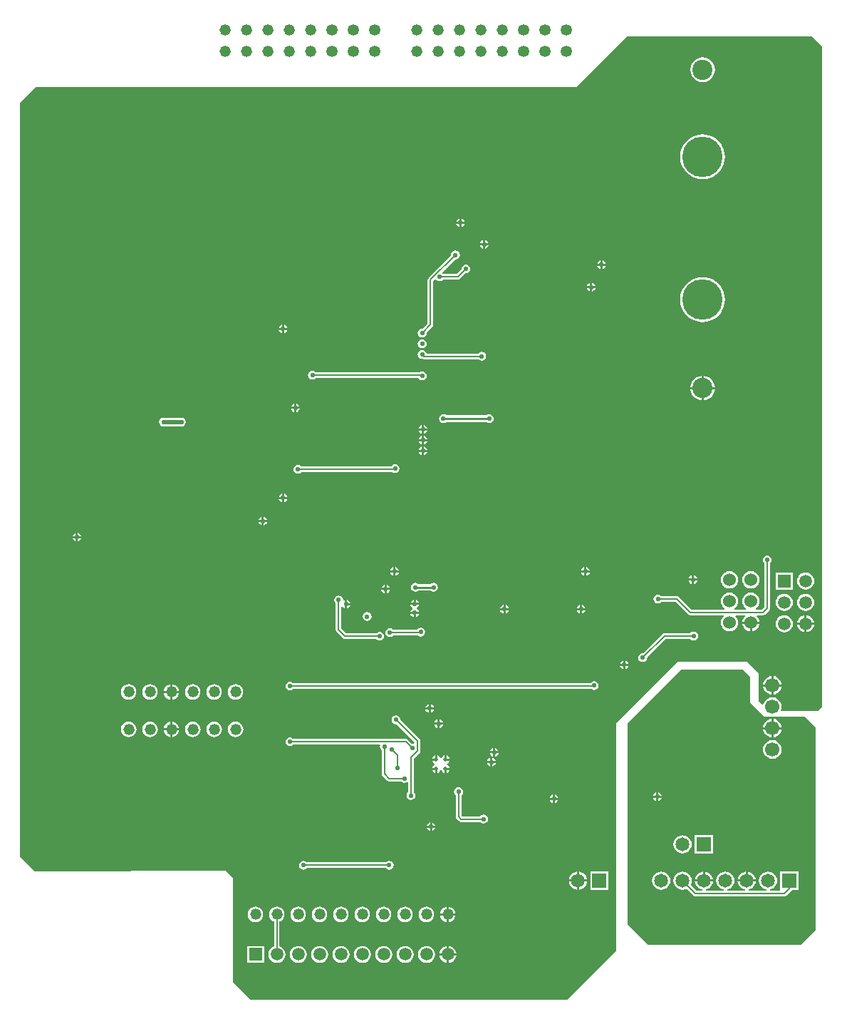
<source format=gbl>
G04*
G04 #@! TF.GenerationSoftware,Altium Limited,Altium Designer,18.1.9 (240)*
G04*
G04 Layer_Physical_Order=2*
G04 Layer_Color=16711680*
%FSLAX24Y24*%
%MOIN*%
G70*
G01*
G75*
%ADD10C,0.0100*%
%ADD62R,0.0650X0.0650*%
%ADD63C,0.0650*%
%ADD86C,0.0060*%
%ADD87C,0.0200*%
%ADD89C,0.0520*%
%ADD90C,0.0530*%
%ADD91C,0.0600*%
%ADD92C,0.1890*%
%ADD93C,0.0945*%
%ADD94C,0.0591*%
%ADD95R,0.0591X0.0591*%
%ADD96R,0.0591X0.0591*%
%ADD97C,0.0669*%
%ADD98C,0.0200*%
%ADD99C,0.0210*%
G36*
X38920Y38200D02*
X38920Y10843D01*
X38920Y7330D01*
X38740Y7150D01*
X37027Y7150D01*
X36999Y7192D01*
X37013Y7227D01*
X37028Y7340D01*
X37013Y7453D01*
X36970Y7559D01*
X36900Y7650D01*
X36809Y7720D01*
X36703Y7763D01*
X36590Y7778D01*
X36477Y7763D01*
X36371Y7720D01*
X36280Y7650D01*
X36210Y7559D01*
X36171Y7465D01*
X36120Y7445D01*
X35950Y7616D01*
X35950Y8900D01*
X35420Y9430D01*
X32140D01*
X29300Y6590D01*
X29300Y5890D01*
X29300Y-4050D01*
X27000Y-6350D01*
X12170Y-6350D01*
X11340Y-5520D01*
Y-660D01*
X11020Y-340D01*
X2080Y-350D01*
X1390Y340D01*
Y35561D01*
X2142Y36313D01*
X27433D01*
X29810Y38690D01*
X38430D01*
X38920Y38200D01*
D02*
G37*
G36*
X35550Y8740D02*
Y7529D01*
X36219Y6860D01*
X38110D01*
X38610Y6360D01*
X38610Y-3100D01*
X37910Y-3800D01*
X30780Y-3800D01*
X29830Y-2850D01*
X29830Y3470D01*
Y6580D01*
X32310Y9060D01*
X35230D01*
X35550Y8740D01*
D02*
G37*
%LPC*%
G36*
X33331Y37694D02*
X33181Y37674D01*
X33042Y37616D01*
X32922Y37524D01*
X32831Y37405D01*
X32773Y37266D01*
X32753Y37116D01*
X32773Y36967D01*
X32831Y36827D01*
X32922Y36708D01*
X33042Y36616D01*
X33181Y36558D01*
X33331Y36539D01*
X33480Y36558D01*
X33619Y36616D01*
X33739Y36708D01*
X33831Y36827D01*
X33888Y36967D01*
X33908Y37116D01*
X33888Y37266D01*
X33831Y37405D01*
X33739Y37524D01*
X33619Y37616D01*
X33480Y37674D01*
X33331Y37694D01*
D02*
G37*
G36*
X33331Y34096D02*
X33167Y34083D01*
X33007Y34044D01*
X32855Y33981D01*
X32715Y33896D01*
X32590Y33789D01*
X32483Y33664D01*
X32397Y33523D01*
X32334Y33372D01*
X32295Y33212D01*
X32283Y33048D01*
X32295Y32884D01*
X32334Y32724D01*
X32397Y32572D01*
X32483Y32432D01*
X32590Y32306D01*
X32715Y32200D01*
X32855Y32114D01*
X33007Y32051D01*
X33167Y32012D01*
X33331Y32000D01*
X33495Y32012D01*
X33655Y32051D01*
X33807Y32114D01*
X33947Y32200D01*
X34072Y32306D01*
X34179Y32432D01*
X34265Y32572D01*
X34328Y32724D01*
X34366Y32884D01*
X34379Y33048D01*
X34366Y33212D01*
X34328Y33372D01*
X34265Y33523D01*
X34179Y33664D01*
X34072Y33789D01*
X33947Y33896D01*
X33807Y33981D01*
X33655Y34044D01*
X33495Y34083D01*
X33331Y34096D01*
D02*
G37*
G36*
X22050Y30159D02*
Y30010D01*
X22199D01*
X22193Y30040D01*
X22148Y30108D01*
X22080Y30153D01*
X22050Y30159D01*
D02*
G37*
G36*
X21950D02*
X21920Y30153D01*
X21852Y30108D01*
X21807Y30040D01*
X21801Y30010D01*
X21950D01*
Y30159D01*
D02*
G37*
G36*
X22199Y29910D02*
X22050D01*
Y29761D01*
X22080Y29767D01*
X22148Y29812D01*
X22193Y29880D01*
X22199Y29910D01*
D02*
G37*
G36*
X21950D02*
X21801D01*
X21807Y29880D01*
X21852Y29812D01*
X21920Y29767D01*
X21950Y29761D01*
Y29910D01*
D02*
G37*
G36*
X23154Y29154D02*
Y29005D01*
X23303D01*
X23297Y29035D01*
X23252Y29103D01*
X23184Y29148D01*
X23154Y29154D01*
D02*
G37*
G36*
X23054D02*
X23024Y29148D01*
X22957Y29103D01*
X22911Y29035D01*
X22905Y29005D01*
X23054D01*
Y29154D01*
D02*
G37*
G36*
X23303Y28905D02*
X23154D01*
Y28756D01*
X23184Y28762D01*
X23252Y28807D01*
X23297Y28875D01*
X23303Y28905D01*
D02*
G37*
G36*
X23054D02*
X22905D01*
X22911Y28875D01*
X22957Y28807D01*
X23024Y28762D01*
X23054Y28756D01*
Y28905D01*
D02*
G37*
G36*
X21760Y28664D02*
X21680Y28648D01*
X21612Y28603D01*
X21567Y28535D01*
X21551Y28455D01*
X21555Y28437D01*
X20506Y27388D01*
X20478Y27345D01*
X20467Y27295D01*
Y25252D01*
X20228Y25012D01*
X20210Y25016D01*
X20130Y25000D01*
X20062Y24955D01*
X20017Y24887D01*
X20001Y24807D01*
X20017Y24727D01*
X20062Y24659D01*
X20130Y24614D01*
X20210Y24598D01*
X20290Y24614D01*
X20358Y24659D01*
X20403Y24727D01*
X20419Y24807D01*
X20415Y24825D01*
X20694Y25103D01*
X20722Y25146D01*
X20733Y25197D01*
Y27240D01*
X20815Y27323D01*
X20865Y27318D01*
X20882Y27292D01*
X20950Y27247D01*
X21030Y27231D01*
X21110Y27247D01*
X21178Y27292D01*
X21188Y27307D01*
X21880D01*
X21931Y27318D01*
X21974Y27346D01*
X22232Y27605D01*
X22250Y27601D01*
X22330Y27617D01*
X22398Y27662D01*
X22443Y27730D01*
X22459Y27810D01*
X22443Y27890D01*
X22398Y27958D01*
X22330Y28003D01*
X22250Y28019D01*
X22170Y28003D01*
X22102Y27958D01*
X22057Y27890D01*
X22041Y27810D01*
X22045Y27792D01*
X21825Y27573D01*
X21188D01*
X21178Y27588D01*
X21152Y27605D01*
X21147Y27655D01*
X21742Y28249D01*
X21760Y28246D01*
X21840Y28262D01*
X21908Y28307D01*
X21953Y28375D01*
X21969Y28455D01*
X21953Y28535D01*
X21908Y28603D01*
X21840Y28648D01*
X21760Y28664D01*
D02*
G37*
G36*
X28650Y28204D02*
Y28055D01*
X28799D01*
X28793Y28085D01*
X28748Y28153D01*
X28680Y28198D01*
X28650Y28204D01*
D02*
G37*
G36*
X28550D02*
X28520Y28198D01*
X28452Y28153D01*
X28407Y28085D01*
X28401Y28055D01*
X28550D01*
Y28204D01*
D02*
G37*
G36*
X28799Y27955D02*
X28650D01*
Y27806D01*
X28680Y27812D01*
X28748Y27857D01*
X28793Y27925D01*
X28799Y27955D01*
D02*
G37*
G36*
X28550D02*
X28401D01*
X28407Y27925D01*
X28452Y27857D01*
X28520Y27812D01*
X28550Y27806D01*
Y27955D01*
D02*
G37*
G36*
X28166Y27154D02*
Y27005D01*
X28315D01*
X28309Y27035D01*
X28264Y27103D01*
X28196Y27148D01*
X28166Y27154D01*
D02*
G37*
G36*
X28066D02*
X28036Y27148D01*
X27968Y27103D01*
X27923Y27035D01*
X27917Y27005D01*
X28066D01*
Y27154D01*
D02*
G37*
G36*
X28315Y26905D02*
X28166D01*
Y26756D01*
X28196Y26762D01*
X28264Y26807D01*
X28309Y26875D01*
X28315Y26905D01*
D02*
G37*
G36*
X28066D02*
X27917D01*
X27923Y26875D01*
X27968Y26807D01*
X28036Y26762D01*
X28066Y26756D01*
Y26905D01*
D02*
G37*
G36*
X33331Y27423D02*
X33167Y27410D01*
X33007Y27371D01*
X32855Y27308D01*
X32715Y27222D01*
X32590Y27116D01*
X32483Y26990D01*
X32397Y26850D01*
X32334Y26698D01*
X32295Y26538D01*
X32283Y26374D01*
X32295Y26210D01*
X32334Y26051D01*
X32397Y25899D01*
X32483Y25758D01*
X32590Y25633D01*
X32715Y25526D01*
X32855Y25441D01*
X33007Y25378D01*
X33167Y25339D01*
X33331Y25326D01*
X33495Y25339D01*
X33655Y25378D01*
X33807Y25441D01*
X33947Y25526D01*
X34072Y25633D01*
X34179Y25758D01*
X34265Y25899D01*
X34328Y26051D01*
X34366Y26210D01*
X34379Y26374D01*
X34366Y26538D01*
X34328Y26698D01*
X34265Y26850D01*
X34179Y26990D01*
X34072Y27116D01*
X33947Y27222D01*
X33807Y27308D01*
X33655Y27371D01*
X33495Y27410D01*
X33331Y27423D01*
D02*
G37*
G36*
X13750Y25199D02*
Y25050D01*
X13899D01*
X13893Y25080D01*
X13848Y25148D01*
X13780Y25193D01*
X13750Y25199D01*
D02*
G37*
G36*
X13650D02*
X13620Y25193D01*
X13552Y25148D01*
X13507Y25080D01*
X13501Y25050D01*
X13650D01*
Y25199D01*
D02*
G37*
G36*
X13899Y24950D02*
X13750D01*
Y24801D01*
X13780Y24807D01*
X13848Y24852D01*
X13893Y24920D01*
X13899Y24950D01*
D02*
G37*
G36*
X13650D02*
X13501D01*
X13507Y24920D01*
X13552Y24852D01*
X13620Y24807D01*
X13650Y24801D01*
Y24950D01*
D02*
G37*
G36*
X20210Y24516D02*
X20130Y24500D01*
X20062Y24455D01*
X20017Y24387D01*
X20001Y24307D01*
X20017Y24227D01*
X20062Y24159D01*
X20130Y24114D01*
X20210Y24098D01*
X20290Y24114D01*
X20358Y24159D01*
X20403Y24227D01*
X20419Y24307D01*
X20403Y24387D01*
X20358Y24455D01*
X20290Y24500D01*
X20210Y24516D01*
D02*
G37*
G36*
Y24016D02*
X20130Y24000D01*
X20062Y23955D01*
X20017Y23887D01*
X20001Y23807D01*
X20017Y23727D01*
X20062Y23659D01*
X20130Y23614D01*
X20210Y23598D01*
X20238Y23603D01*
X20246Y23598D01*
X20297Y23587D01*
X22832D01*
X22842Y23572D01*
X22910Y23527D01*
X22990Y23511D01*
X23070Y23527D01*
X23138Y23572D01*
X23183Y23640D01*
X23199Y23720D01*
X23183Y23800D01*
X23138Y23868D01*
X23070Y23913D01*
X22990Y23929D01*
X22910Y23913D01*
X22842Y23868D01*
X22832Y23853D01*
X20410D01*
X20403Y23887D01*
X20358Y23955D01*
X20290Y24000D01*
X20210Y24016D01*
D02*
G37*
G36*
X15070Y23049D02*
X14990Y23033D01*
X14922Y22988D01*
X14877Y22920D01*
X14861Y22840D01*
X14877Y22760D01*
X14922Y22692D01*
X14990Y22647D01*
X15070Y22631D01*
X15150Y22647D01*
X15218Y22692D01*
X15228Y22707D01*
X20030D01*
X20062Y22659D01*
X20130Y22614D01*
X20210Y22598D01*
X20290Y22614D01*
X20358Y22659D01*
X20403Y22727D01*
X20419Y22807D01*
X20403Y22887D01*
X20358Y22954D01*
X20290Y23000D01*
X20210Y23016D01*
X20130Y23000D01*
X20089Y22973D01*
X15228D01*
X15218Y22988D01*
X15150Y23033D01*
X15070Y23049D01*
D02*
G37*
G36*
X33381Y22801D02*
Y22280D01*
X33902D01*
X33888Y22380D01*
X33831Y22519D01*
X33739Y22639D01*
X33619Y22730D01*
X33480Y22788D01*
X33381Y22801D01*
D02*
G37*
G36*
X33281Y22801D02*
X33181Y22788D01*
X33042Y22730D01*
X32922Y22639D01*
X32831Y22519D01*
X32773Y22380D01*
X32760Y22280D01*
X33281D01*
Y22801D01*
D02*
G37*
G36*
X33902Y22180D02*
X33381D01*
Y21660D01*
X33480Y21673D01*
X33619Y21730D01*
X33739Y21822D01*
X33831Y21942D01*
X33888Y22081D01*
X33902Y22180D01*
D02*
G37*
G36*
X33281D02*
X32760D01*
X32773Y22081D01*
X32831Y21942D01*
X32922Y21822D01*
X33042Y21730D01*
X33181Y21673D01*
X33281Y21660D01*
Y22180D01*
D02*
G37*
G36*
X14320Y21509D02*
Y21360D01*
X14469D01*
X14463Y21390D01*
X14418Y21458D01*
X14350Y21503D01*
X14320Y21509D01*
D02*
G37*
G36*
X14220D02*
X14190Y21503D01*
X14122Y21458D01*
X14077Y21390D01*
X14071Y21360D01*
X14220D01*
Y21509D01*
D02*
G37*
G36*
X14469Y21260D02*
X14320D01*
Y21111D01*
X14350Y21117D01*
X14418Y21162D01*
X14463Y21230D01*
X14469Y21260D01*
D02*
G37*
G36*
X14220D02*
X14071D01*
X14077Y21230D01*
X14122Y21162D01*
X14190Y21117D01*
X14220Y21111D01*
Y21260D01*
D02*
G37*
G36*
X23350Y21016D02*
X23270Y21000D01*
X23210Y20960D01*
X21340D01*
X21280Y21000D01*
X21200Y21016D01*
X21120Y21000D01*
X21052Y20954D01*
X21007Y20887D01*
X20991Y20807D01*
X21007Y20727D01*
X21052Y20659D01*
X21120Y20614D01*
X21200Y20598D01*
X21280Y20614D01*
X21340Y20654D01*
X23210D01*
X23270Y20614D01*
X23350Y20598D01*
X23430Y20614D01*
X23498Y20659D01*
X23543Y20727D01*
X23559Y20807D01*
X23543Y20887D01*
X23498Y20954D01*
X23430Y21000D01*
X23350Y21016D01*
D02*
G37*
G36*
X8940Y20859D02*
X8914Y20854D01*
X8136D01*
X8110Y20859D01*
X8030Y20843D01*
X7962Y20798D01*
X7917Y20730D01*
X7901Y20650D01*
X7917Y20570D01*
X7962Y20502D01*
X8030Y20457D01*
X8110Y20441D01*
X8136Y20446D01*
X8914D01*
X8940Y20441D01*
X9020Y20457D01*
X9088Y20502D01*
X9133Y20570D01*
X9149Y20650D01*
X9133Y20730D01*
X9088Y20798D01*
X9020Y20843D01*
X8940Y20859D01*
D02*
G37*
G36*
X20293Y20506D02*
Y20357D01*
X20442D01*
X20436Y20387D01*
X20391Y20454D01*
X20323Y20500D01*
X20293Y20506D01*
D02*
G37*
G36*
X20193D02*
X20163Y20500D01*
X20096Y20454D01*
X20050Y20387D01*
X20044Y20357D01*
X20193D01*
Y20506D01*
D02*
G37*
G36*
X20442Y20257D02*
X20293D01*
Y20108D01*
X20323Y20114D01*
X20391Y20159D01*
X20436Y20227D01*
X20442Y20257D01*
D02*
G37*
G36*
X20193D02*
X20044D01*
X20050Y20227D01*
X20096Y20159D01*
X20163Y20114D01*
X20193Y20108D01*
Y20257D01*
D02*
G37*
G36*
X20293Y20006D02*
Y19857D01*
X20442D01*
X20436Y19887D01*
X20391Y19955D01*
X20323Y20000D01*
X20293Y20006D01*
D02*
G37*
G36*
X20193D02*
X20163Y20000D01*
X20096Y19955D01*
X20050Y19887D01*
X20044Y19857D01*
X20193D01*
Y20006D01*
D02*
G37*
G36*
X20442Y19757D02*
X20293D01*
Y19608D01*
X20323Y19614D01*
X20391Y19659D01*
X20436Y19727D01*
X20442Y19757D01*
D02*
G37*
G36*
X20193D02*
X20044D01*
X20050Y19727D01*
X20096Y19659D01*
X20163Y19614D01*
X20193Y19608D01*
Y19757D01*
D02*
G37*
G36*
X20293Y19506D02*
Y19357D01*
X20442D01*
X20436Y19387D01*
X20391Y19454D01*
X20323Y19500D01*
X20293Y19506D01*
D02*
G37*
G36*
X20193D02*
X20163Y19500D01*
X20096Y19454D01*
X20050Y19387D01*
X20044Y19357D01*
X20193D01*
Y19506D01*
D02*
G37*
G36*
X20442Y19257D02*
X20293D01*
Y19108D01*
X20323Y19114D01*
X20391Y19159D01*
X20436Y19227D01*
X20442Y19257D01*
D02*
G37*
G36*
X20193D02*
X20044D01*
X20050Y19227D01*
X20096Y19159D01*
X20163Y19114D01*
X20193Y19108D01*
Y19257D01*
D02*
G37*
G36*
X18940Y18679D02*
X18860Y18663D01*
X18792Y18618D01*
X18762Y18573D01*
X14548D01*
X14538Y18588D01*
X14470Y18633D01*
X14390Y18649D01*
X14310Y18633D01*
X14242Y18588D01*
X14197Y18520D01*
X14181Y18440D01*
X14197Y18360D01*
X14242Y18292D01*
X14310Y18247D01*
X14390Y18231D01*
X14470Y18247D01*
X14538Y18292D01*
X14548Y18307D01*
X18814D01*
X18860Y18277D01*
X18940Y18261D01*
X19020Y18277D01*
X19088Y18322D01*
X19133Y18390D01*
X19149Y18470D01*
X19133Y18550D01*
X19088Y18618D01*
X19020Y18663D01*
X18940Y18679D01*
D02*
G37*
G36*
X13750Y17299D02*
Y17150D01*
X13899D01*
X13893Y17180D01*
X13848Y17248D01*
X13780Y17293D01*
X13750Y17299D01*
D02*
G37*
G36*
X13650D02*
X13620Y17293D01*
X13552Y17248D01*
X13507Y17180D01*
X13501Y17150D01*
X13650D01*
Y17299D01*
D02*
G37*
G36*
X13899Y17050D02*
X13750D01*
Y16901D01*
X13780Y16907D01*
X13848Y16952D01*
X13893Y17020D01*
X13899Y17050D01*
D02*
G37*
G36*
X13650D02*
X13501D01*
X13507Y17020D01*
X13552Y16952D01*
X13620Y16907D01*
X13650Y16901D01*
Y17050D01*
D02*
G37*
G36*
X12800Y16223D02*
Y16074D01*
X12949D01*
X12943Y16104D01*
X12898Y16172D01*
X12830Y16217D01*
X12800Y16223D01*
D02*
G37*
G36*
X12700D02*
X12670Y16217D01*
X12602Y16172D01*
X12557Y16104D01*
X12551Y16074D01*
X12700D01*
Y16223D01*
D02*
G37*
G36*
X12949Y15974D02*
X12800D01*
Y15825D01*
X12830Y15831D01*
X12898Y15876D01*
X12943Y15944D01*
X12949Y15974D01*
D02*
G37*
G36*
X12700D02*
X12551D01*
X12557Y15944D01*
X12602Y15876D01*
X12670Y15831D01*
X12700Y15825D01*
Y15974D01*
D02*
G37*
G36*
X4100Y15475D02*
Y15326D01*
X4249D01*
X4243Y15356D01*
X4198Y15424D01*
X4130Y15469D01*
X4100Y15475D01*
D02*
G37*
G36*
X4000D02*
X3970Y15469D01*
X3902Y15424D01*
X3857Y15356D01*
X3851Y15326D01*
X4000D01*
Y15475D01*
D02*
G37*
G36*
X4249Y15226D02*
X4100D01*
Y15077D01*
X4130Y15083D01*
X4198Y15128D01*
X4243Y15196D01*
X4249Y15226D01*
D02*
G37*
G36*
X4000D02*
X3851D01*
X3857Y15196D01*
X3902Y15128D01*
X3970Y15083D01*
X4000Y15077D01*
Y15226D01*
D02*
G37*
G36*
X27898Y13871D02*
Y13722D01*
X28047D01*
X28041Y13752D01*
X27996Y13820D01*
X27928Y13865D01*
X27898Y13871D01*
D02*
G37*
G36*
X27798D02*
X27768Y13865D01*
X27700Y13820D01*
X27655Y13752D01*
X27649Y13722D01*
X27798D01*
Y13871D01*
D02*
G37*
G36*
X18960Y13869D02*
Y13720D01*
X19109D01*
X19103Y13750D01*
X19058Y13818D01*
X18990Y13863D01*
X18960Y13869D01*
D02*
G37*
G36*
X18860D02*
X18830Y13863D01*
X18762Y13818D01*
X18717Y13750D01*
X18711Y13720D01*
X18860D01*
Y13869D01*
D02*
G37*
G36*
X28047Y13622D02*
X27898D01*
Y13473D01*
X27928Y13479D01*
X27996Y13524D01*
X28041Y13592D01*
X28047Y13622D01*
D02*
G37*
G36*
X27798D02*
X27649D01*
X27655Y13592D01*
X27700Y13524D01*
X27768Y13479D01*
X27798Y13473D01*
Y13622D01*
D02*
G37*
G36*
X19109Y13620D02*
X18960D01*
Y13471D01*
X18990Y13477D01*
X19058Y13522D01*
X19103Y13590D01*
X19109Y13620D01*
D02*
G37*
G36*
X18860D02*
X18711D01*
X18717Y13590D01*
X18762Y13522D01*
X18830Y13477D01*
X18860Y13471D01*
Y13620D01*
D02*
G37*
G36*
X32930Y13479D02*
Y13330D01*
X33079D01*
X33073Y13360D01*
X33028Y13428D01*
X32960Y13473D01*
X32930Y13479D01*
D02*
G37*
G36*
X32830D02*
X32800Y13473D01*
X32732Y13428D01*
X32687Y13360D01*
X32681Y13330D01*
X32830D01*
Y13479D01*
D02*
G37*
G36*
X33079Y13230D02*
X32930D01*
Y13081D01*
X32960Y13087D01*
X33028Y13132D01*
X33073Y13200D01*
X33079Y13230D01*
D02*
G37*
G36*
X32830D02*
X32681D01*
X32687Y13200D01*
X32732Y13132D01*
X32800Y13087D01*
X32830Y13081D01*
Y13230D01*
D02*
G37*
G36*
X20735Y13129D02*
X20655Y13113D01*
X20595Y13073D01*
X20030D01*
X19970Y13113D01*
X19890Y13129D01*
X19810Y13113D01*
X19742Y13068D01*
X19697Y13000D01*
X19681Y12920D01*
X19697Y12840D01*
X19742Y12772D01*
X19810Y12727D01*
X19890Y12711D01*
X19970Y12727D01*
X20030Y12767D01*
X20595D01*
X20655Y12727D01*
X20735Y12711D01*
X20815Y12727D01*
X20883Y12772D01*
X20928Y12840D01*
X20944Y12920D01*
X20928Y13000D01*
X20883Y13068D01*
X20815Y13113D01*
X20735Y13129D01*
D02*
G37*
G36*
X18543Y13042D02*
Y12893D01*
X18692D01*
X18686Y12923D01*
X18641Y12991D01*
X18573Y13036D01*
X18543Y13042D01*
D02*
G37*
G36*
X18443D02*
X18413Y13036D01*
X18345Y12991D01*
X18300Y12923D01*
X18294Y12893D01*
X18443D01*
Y13042D01*
D02*
G37*
G36*
X35585Y13673D02*
X35481Y13660D01*
X35384Y13619D01*
X35300Y13555D01*
X35236Y13472D01*
X35196Y13374D01*
X35182Y13270D01*
X35196Y13166D01*
X35236Y13068D01*
X35300Y12985D01*
X35384Y12921D01*
X35481Y12880D01*
X35585Y12867D01*
X35690Y12880D01*
X35787Y12921D01*
X35871Y12985D01*
X35935Y13068D01*
X35975Y13166D01*
X35989Y13270D01*
X35975Y13374D01*
X35935Y13472D01*
X35871Y13555D01*
X35787Y13619D01*
X35690Y13660D01*
X35585Y13673D01*
D02*
G37*
G36*
X34585D02*
X34481Y13660D01*
X34384Y13619D01*
X34300Y13555D01*
X34236Y13472D01*
X34196Y13374D01*
X34182Y13270D01*
X34196Y13166D01*
X34236Y13068D01*
X34300Y12985D01*
X34384Y12921D01*
X34481Y12880D01*
X34585Y12867D01*
X34690Y12880D01*
X34787Y12921D01*
X34871Y12985D01*
X34935Y13068D01*
X34975Y13166D01*
X34989Y13270D01*
X34975Y13374D01*
X34935Y13472D01*
X34871Y13555D01*
X34787Y13619D01*
X34690Y13660D01*
X34585Y13673D01*
D02*
G37*
G36*
X37545Y13615D02*
X36755D01*
Y12825D01*
X37545D01*
Y13615D01*
D02*
G37*
G36*
X38150Y13619D02*
X38047Y13605D01*
X37951Y13565D01*
X37868Y13502D01*
X37805Y13419D01*
X37765Y13323D01*
X37751Y13220D01*
X37765Y13117D01*
X37805Y13021D01*
X37868Y12938D01*
X37951Y12875D01*
X38047Y12835D01*
X38150Y12821D01*
X38253Y12835D01*
X38349Y12875D01*
X38432Y12938D01*
X38495Y13021D01*
X38535Y13117D01*
X38549Y13220D01*
X38535Y13323D01*
X38495Y13419D01*
X38432Y13502D01*
X38349Y13565D01*
X38253Y13605D01*
X38150Y13619D01*
D02*
G37*
G36*
X18692Y12793D02*
X18543D01*
Y12644D01*
X18573Y12650D01*
X18641Y12695D01*
X18686Y12763D01*
X18692Y12793D01*
D02*
G37*
G36*
X18443D02*
X18294D01*
X18300Y12763D01*
X18345Y12695D01*
X18413Y12650D01*
X18443Y12644D01*
Y12793D01*
D02*
G37*
G36*
X19906Y12343D02*
Y12194D01*
X20055D01*
X20049Y12224D01*
X20004Y12292D01*
X19936Y12337D01*
X19906Y12343D01*
D02*
G37*
G36*
X19806D02*
X19776Y12337D01*
X19708Y12292D01*
X19663Y12224D01*
X19657Y12194D01*
X19806D01*
Y12343D01*
D02*
G37*
G36*
X16700Y12339D02*
Y12190D01*
X16849D01*
X16843Y12220D01*
X16798Y12288D01*
X16730Y12333D01*
X16700Y12339D01*
D02*
G37*
G36*
X27690Y12099D02*
Y11950D01*
X27839D01*
X27833Y11980D01*
X27788Y12048D01*
X27720Y12093D01*
X27690Y12099D01*
D02*
G37*
G36*
X27590D02*
X27560Y12093D01*
X27492Y12048D01*
X27447Y11980D01*
X27441Y11950D01*
X27590D01*
Y12099D01*
D02*
G37*
G36*
X24110D02*
Y11950D01*
X24259D01*
X24253Y11980D01*
X24208Y12048D01*
X24140Y12093D01*
X24110Y12099D01*
D02*
G37*
G36*
X24010D02*
X23980Y12093D01*
X23912Y12048D01*
X23867Y11980D01*
X23861Y11950D01*
X24010D01*
Y12099D01*
D02*
G37*
G36*
X16849Y12090D02*
X16700D01*
Y11941D01*
X16730Y11947D01*
X16798Y11992D01*
X16843Y12060D01*
X16849Y12090D01*
D02*
G37*
G36*
X16300Y12539D02*
X16220Y12523D01*
X16152Y12478D01*
X16107Y12410D01*
X16091Y12330D01*
X16107Y12250D01*
X16152Y12182D01*
X16167Y12172D01*
Y10930D01*
X16178Y10879D01*
X16206Y10836D01*
X16496Y10546D01*
X16539Y10518D01*
X16590Y10507D01*
X18062D01*
X18072Y10492D01*
X18140Y10447D01*
X18220Y10431D01*
X18300Y10447D01*
X18368Y10492D01*
X18413Y10560D01*
X18429Y10640D01*
X18413Y10720D01*
X18368Y10788D01*
X18300Y10833D01*
X18220Y10849D01*
X18140Y10833D01*
X18072Y10788D01*
X18062Y10773D01*
X16645D01*
X16433Y10985D01*
Y12006D01*
X16483Y12022D01*
X16502Y11992D01*
X16570Y11947D01*
X16600Y11941D01*
Y12140D01*
Y12339D01*
X16570Y12333D01*
X16557Y12325D01*
X16550Y12325D01*
X16505Y12350D01*
X16493Y12410D01*
X16448Y12478D01*
X16380Y12523D01*
X16300Y12539D01*
D02*
G37*
G36*
X36350Y14419D02*
X36270Y14403D01*
X36202Y14358D01*
X36157Y14290D01*
X36141Y14210D01*
X36157Y14130D01*
X36202Y14062D01*
X36217Y14052D01*
Y12005D01*
X36097Y11885D01*
X35823D01*
X35806Y11935D01*
X35871Y11985D01*
X35935Y12068D01*
X35975Y12166D01*
X35989Y12270D01*
X35975Y12374D01*
X35935Y12472D01*
X35871Y12555D01*
X35787Y12619D01*
X35690Y12660D01*
X35585Y12673D01*
X35481Y12660D01*
X35384Y12619D01*
X35300Y12555D01*
X35236Y12472D01*
X35196Y12374D01*
X35182Y12270D01*
X35196Y12166D01*
X35236Y12068D01*
X35300Y11985D01*
X35365Y11935D01*
X35348Y11885D01*
X34823D01*
X34806Y11935D01*
X34871Y11985D01*
X34935Y12068D01*
X34975Y12166D01*
X34989Y12270D01*
X34975Y12374D01*
X34935Y12472D01*
X34871Y12555D01*
X34787Y12619D01*
X34690Y12660D01*
X34585Y12673D01*
X34481Y12660D01*
X34384Y12619D01*
X34300Y12555D01*
X34236Y12472D01*
X34196Y12374D01*
X34182Y12270D01*
X34196Y12166D01*
X34236Y12068D01*
X34300Y11985D01*
X34365Y11935D01*
X34348Y11885D01*
X32803D01*
X32218Y12469D01*
X32175Y12498D01*
X32124Y12508D01*
X31394D01*
X31384Y12523D01*
X31316Y12569D01*
X31236Y12585D01*
X31156Y12569D01*
X31088Y12523D01*
X31043Y12456D01*
X31027Y12376D01*
X31043Y12296D01*
X31088Y12228D01*
X31156Y12183D01*
X31236Y12167D01*
X31316Y12183D01*
X31384Y12228D01*
X31394Y12243D01*
X32069D01*
X32654Y11658D01*
X32697Y11630D01*
X32748Y11620D01*
X34302D01*
X34319Y11570D01*
X34300Y11555D01*
X34236Y11472D01*
X34196Y11374D01*
X34182Y11270D01*
X34196Y11166D01*
X34236Y11068D01*
X34300Y10985D01*
X34384Y10921D01*
X34481Y10880D01*
X34585Y10867D01*
X34690Y10880D01*
X34787Y10921D01*
X34871Y10985D01*
X34935Y11068D01*
X34975Y11166D01*
X34989Y11270D01*
X34975Y11374D01*
X34935Y11472D01*
X34871Y11555D01*
X34852Y11570D01*
X34869Y11620D01*
X35302D01*
X35319Y11570D01*
X35300Y11555D01*
X35236Y11472D01*
X35196Y11374D01*
X35189Y11320D01*
X35585D01*
X35982D01*
X35975Y11374D01*
X35935Y11472D01*
X35871Y11555D01*
X35852Y11570D01*
X35869Y11620D01*
X36152D01*
X36203Y11630D01*
X36246Y11658D01*
X36444Y11856D01*
X36472Y11899D01*
X36483Y11950D01*
Y14052D01*
X36498Y14062D01*
X36543Y14130D01*
X36559Y14210D01*
X36543Y14290D01*
X36498Y14358D01*
X36430Y14403D01*
X36350Y14419D01*
D02*
G37*
G36*
X38150Y12619D02*
X38047Y12605D01*
X37951Y12565D01*
X37868Y12502D01*
X37805Y12419D01*
X37765Y12323D01*
X37751Y12220D01*
X37765Y12117D01*
X37805Y12021D01*
X37868Y11938D01*
X37951Y11875D01*
X38047Y11835D01*
X38150Y11821D01*
X38253Y11835D01*
X38349Y11875D01*
X38432Y11938D01*
X38495Y12021D01*
X38535Y12117D01*
X38549Y12220D01*
X38535Y12323D01*
X38495Y12419D01*
X38432Y12502D01*
X38349Y12565D01*
X38253Y12605D01*
X38150Y12619D01*
D02*
G37*
G36*
X37150D02*
X37047Y12605D01*
X36951Y12565D01*
X36868Y12502D01*
X36805Y12419D01*
X36765Y12323D01*
X36751Y12220D01*
X36765Y12117D01*
X36805Y12021D01*
X36868Y11938D01*
X36951Y11875D01*
X37047Y11835D01*
X37150Y11821D01*
X37253Y11835D01*
X37349Y11875D01*
X37432Y11938D01*
X37495Y12021D01*
X37535Y12117D01*
X37549Y12220D01*
X37535Y12323D01*
X37495Y12419D01*
X37432Y12502D01*
X37349Y12565D01*
X37253Y12605D01*
X37150Y12619D01*
D02*
G37*
G36*
X20055Y12094D02*
X19657D01*
X19663Y12064D01*
X19708Y11996D01*
X19755Y11965D01*
X19757Y11907D01*
X19712Y11878D01*
X19667Y11810D01*
X19661Y11780D01*
X20059D01*
X20053Y11810D01*
X20008Y11878D01*
X19962Y11909D01*
X19960Y11966D01*
X20004Y11996D01*
X20049Y12064D01*
X20055Y12094D01*
D02*
G37*
G36*
X27839Y11850D02*
X27690D01*
Y11701D01*
X27720Y11707D01*
X27788Y11752D01*
X27833Y11820D01*
X27839Y11850D01*
D02*
G37*
G36*
X27590D02*
X27441D01*
X27447Y11820D01*
X27492Y11752D01*
X27560Y11707D01*
X27590Y11701D01*
Y11850D01*
D02*
G37*
G36*
X24259D02*
X24110D01*
Y11701D01*
X24140Y11707D01*
X24208Y11752D01*
X24253Y11820D01*
X24259Y11850D01*
D02*
G37*
G36*
X24010D02*
X23861D01*
X23867Y11820D01*
X23912Y11752D01*
X23980Y11707D01*
X24010Y11701D01*
Y11850D01*
D02*
G37*
G36*
X20059Y11680D02*
X19910D01*
Y11531D01*
X19940Y11537D01*
X20008Y11582D01*
X20053Y11650D01*
X20059Y11680D01*
D02*
G37*
G36*
X19810D02*
X19661D01*
X19667Y11650D01*
X19712Y11582D01*
X19780Y11537D01*
X19810Y11531D01*
Y11680D01*
D02*
G37*
G36*
X17633Y11762D02*
X17553Y11746D01*
X17485Y11701D01*
X17440Y11633D01*
X17424Y11553D01*
X17440Y11473D01*
X17485Y11405D01*
X17553Y11360D01*
X17633Y11344D01*
X17713Y11360D01*
X17781Y11405D01*
X17826Y11473D01*
X17842Y11553D01*
X17826Y11633D01*
X17781Y11701D01*
X17713Y11746D01*
X17633Y11762D01*
D02*
G37*
G36*
X38200Y11612D02*
Y11270D01*
X38542D01*
X38535Y11323D01*
X38495Y11419D01*
X38432Y11502D01*
X38349Y11565D01*
X38253Y11605D01*
X38200Y11612D01*
D02*
G37*
G36*
X38100D02*
X38047Y11605D01*
X37951Y11565D01*
X37868Y11502D01*
X37805Y11419D01*
X37765Y11323D01*
X37758Y11270D01*
X38100D01*
Y11612D01*
D02*
G37*
G36*
X20140Y11039D02*
X20060Y11023D01*
X19992Y10978D01*
X19969Y10943D01*
X18848D01*
X18838Y10958D01*
X18770Y11003D01*
X18690Y11019D01*
X18610Y11003D01*
X18542Y10958D01*
X18497Y10890D01*
X18481Y10810D01*
X18497Y10730D01*
X18542Y10662D01*
X18610Y10617D01*
X18690Y10601D01*
X18770Y10617D01*
X18838Y10662D01*
X18848Y10677D01*
X19999D01*
X20060Y10637D01*
X20140Y10621D01*
X20220Y10637D01*
X20288Y10682D01*
X20333Y10750D01*
X20349Y10830D01*
X20333Y10910D01*
X20288Y10978D01*
X20220Y11023D01*
X20140Y11039D01*
D02*
G37*
G36*
X35982Y11220D02*
X35635D01*
Y10873D01*
X35690Y10880D01*
X35787Y10921D01*
X35871Y10985D01*
X35935Y11068D01*
X35975Y11166D01*
X35982Y11220D01*
D02*
G37*
G36*
X35535D02*
X35189D01*
X35196Y11166D01*
X35236Y11068D01*
X35300Y10985D01*
X35384Y10921D01*
X35481Y10880D01*
X35535Y10873D01*
Y11220D01*
D02*
G37*
G36*
X38542Y11170D02*
X38200D01*
Y10828D01*
X38253Y10835D01*
X38349Y10875D01*
X38432Y10938D01*
X38495Y11021D01*
X38535Y11117D01*
X38542Y11170D01*
D02*
G37*
G36*
X38100D02*
X37758D01*
X37765Y11117D01*
X37805Y11021D01*
X37868Y10938D01*
X37951Y10875D01*
X38047Y10835D01*
X38100Y10828D01*
Y11170D01*
D02*
G37*
G36*
X37150Y11619D02*
X37047Y11605D01*
X36951Y11565D01*
X36868Y11502D01*
X36805Y11419D01*
X36765Y11323D01*
X36751Y11220D01*
X36765Y11117D01*
X36805Y11021D01*
X36868Y10938D01*
X36951Y10875D01*
X37047Y10835D01*
X37150Y10821D01*
X37253Y10835D01*
X37349Y10875D01*
X37432Y10938D01*
X37495Y11021D01*
X37535Y11117D01*
X37549Y11220D01*
X37535Y11323D01*
X37495Y11419D01*
X37432Y11502D01*
X37349Y11565D01*
X37253Y11605D01*
X37150Y11619D01*
D02*
G37*
G36*
X32910Y10859D02*
X32830Y10843D01*
X32762Y10798D01*
X32752Y10783D01*
X31541D01*
X31541Y10783D01*
X31491Y10772D01*
X31448Y10744D01*
X30545Y9842D01*
X30527Y9845D01*
X30447Y9829D01*
X30380Y9784D01*
X30334Y9716D01*
X30318Y9636D01*
X30334Y9556D01*
X30380Y9488D01*
X30447Y9443D01*
X30527Y9427D01*
X30607Y9443D01*
X30675Y9488D01*
X30721Y9556D01*
X30736Y9636D01*
X30733Y9654D01*
X31596Y10517D01*
X32752D01*
X32762Y10502D01*
X32830Y10457D01*
X32910Y10441D01*
X32990Y10457D01*
X33058Y10502D01*
X33103Y10570D01*
X33119Y10650D01*
X33103Y10730D01*
X33058Y10798D01*
X32990Y10843D01*
X32910Y10859D01*
D02*
G37*
G36*
X29717Y9495D02*
Y9346D01*
X29867D01*
X29861Y9376D01*
X29815Y9444D01*
X29747Y9489D01*
X29717Y9495D01*
D02*
G37*
G36*
X29617D02*
X29587Y9489D01*
X29520Y9444D01*
X29474Y9376D01*
X29468Y9346D01*
X29617D01*
Y9495D01*
D02*
G37*
G36*
X29867Y9246D02*
X29717D01*
Y9097D01*
X29747Y9103D01*
X29815Y9148D01*
X29861Y9216D01*
X29867Y9246D01*
D02*
G37*
G36*
X29617D02*
X29468D01*
X29474Y9216D01*
X29520Y9148D01*
X29587Y9103D01*
X29617Y9097D01*
Y9246D01*
D02*
G37*
G36*
X28250Y8539D02*
X28170Y8523D01*
X28102Y8478D01*
X28079Y8443D01*
X14178D01*
X14168Y8458D01*
X14100Y8503D01*
X14020Y8519D01*
X13940Y8503D01*
X13872Y8458D01*
X13827Y8390D01*
X13811Y8310D01*
X13827Y8230D01*
X13872Y8162D01*
X13940Y8117D01*
X14020Y8101D01*
X14100Y8117D01*
X14168Y8162D01*
X14178Y8177D01*
X28109D01*
X28170Y8137D01*
X28250Y8121D01*
X28330Y8137D01*
X28398Y8182D01*
X28443Y8250D01*
X28459Y8330D01*
X28443Y8410D01*
X28398Y8478D01*
X28330Y8523D01*
X28250Y8539D01*
D02*
G37*
G36*
X36640Y8772D02*
Y8390D01*
X37022D01*
X37013Y8453D01*
X36970Y8559D01*
X36900Y8650D01*
X36809Y8720D01*
X36703Y8763D01*
X36640Y8772D01*
D02*
G37*
G36*
X36540D02*
X36477Y8763D01*
X36371Y8720D01*
X36280Y8650D01*
X36210Y8559D01*
X36167Y8453D01*
X36158Y8390D01*
X36540D01*
Y8772D01*
D02*
G37*
G36*
X8520Y8397D02*
Y8090D01*
X8827D01*
X8821Y8134D01*
X8784Y8222D01*
X8727Y8297D01*
X8652Y8354D01*
X8564Y8391D01*
X8520Y8397D01*
D02*
G37*
G36*
X8420D02*
X8376Y8391D01*
X8288Y8354D01*
X8213Y8297D01*
X8156Y8222D01*
X8119Y8134D01*
X8113Y8090D01*
X8420D01*
Y8397D01*
D02*
G37*
G36*
X37022Y8290D02*
X36640D01*
Y7908D01*
X36703Y7917D01*
X36809Y7960D01*
X36900Y8030D01*
X36970Y8121D01*
X37013Y8227D01*
X37022Y8290D01*
D02*
G37*
G36*
X36540D02*
X36158D01*
X36167Y8227D01*
X36210Y8121D01*
X36280Y8030D01*
X36371Y7960D01*
X36477Y7917D01*
X36540Y7908D01*
Y8290D01*
D02*
G37*
G36*
X8827Y7990D02*
X8520D01*
Y7683D01*
X8564Y7689D01*
X8652Y7726D01*
X8727Y7783D01*
X8784Y7858D01*
X8821Y7946D01*
X8827Y7990D01*
D02*
G37*
G36*
X8420D02*
X8113D01*
X8119Y7946D01*
X8156Y7858D01*
X8213Y7783D01*
X8288Y7726D01*
X8376Y7689D01*
X8420Y7683D01*
Y7990D01*
D02*
G37*
G36*
X11470Y8403D02*
X11376Y8391D01*
X11288Y8354D01*
X11213Y8297D01*
X11156Y8222D01*
X11119Y8134D01*
X11107Y8040D01*
X11119Y7946D01*
X11156Y7858D01*
X11213Y7783D01*
X11288Y7726D01*
X11376Y7689D01*
X11470Y7677D01*
X11564Y7689D01*
X11652Y7726D01*
X11727Y7783D01*
X11784Y7858D01*
X11821Y7946D01*
X11833Y8040D01*
X11821Y8134D01*
X11784Y8222D01*
X11727Y8297D01*
X11652Y8354D01*
X11564Y8391D01*
X11470Y8403D01*
D02*
G37*
G36*
X10470D02*
X10376Y8391D01*
X10288Y8354D01*
X10213Y8297D01*
X10156Y8222D01*
X10119Y8134D01*
X10107Y8040D01*
X10119Y7946D01*
X10156Y7858D01*
X10213Y7783D01*
X10288Y7726D01*
X10376Y7689D01*
X10470Y7677D01*
X10564Y7689D01*
X10652Y7726D01*
X10727Y7783D01*
X10784Y7858D01*
X10821Y7946D01*
X10833Y8040D01*
X10821Y8134D01*
X10784Y8222D01*
X10727Y8297D01*
X10652Y8354D01*
X10564Y8391D01*
X10470Y8403D01*
D02*
G37*
G36*
X9470D02*
X9376Y8391D01*
X9288Y8354D01*
X9213Y8297D01*
X9156Y8222D01*
X9119Y8134D01*
X9107Y8040D01*
X9119Y7946D01*
X9156Y7858D01*
X9213Y7783D01*
X9288Y7726D01*
X9376Y7689D01*
X9470Y7677D01*
X9564Y7689D01*
X9652Y7726D01*
X9727Y7783D01*
X9784Y7858D01*
X9821Y7946D01*
X9833Y8040D01*
X9821Y8134D01*
X9784Y8222D01*
X9727Y8297D01*
X9652Y8354D01*
X9564Y8391D01*
X9470Y8403D01*
D02*
G37*
G36*
X7470D02*
X7376Y8391D01*
X7288Y8354D01*
X7213Y8297D01*
X7156Y8222D01*
X7119Y8134D01*
X7107Y8040D01*
X7119Y7946D01*
X7156Y7858D01*
X7213Y7783D01*
X7288Y7726D01*
X7376Y7689D01*
X7470Y7677D01*
X7564Y7689D01*
X7652Y7726D01*
X7727Y7783D01*
X7784Y7858D01*
X7821Y7946D01*
X7833Y8040D01*
X7821Y8134D01*
X7784Y8222D01*
X7727Y8297D01*
X7652Y8354D01*
X7564Y8391D01*
X7470Y8403D01*
D02*
G37*
G36*
X6470D02*
X6376Y8391D01*
X6288Y8354D01*
X6213Y8297D01*
X6156Y8222D01*
X6119Y8134D01*
X6107Y8040D01*
X6119Y7946D01*
X6156Y7858D01*
X6213Y7783D01*
X6288Y7726D01*
X6376Y7689D01*
X6470Y7677D01*
X6564Y7689D01*
X6652Y7726D01*
X6727Y7783D01*
X6784Y7858D01*
X6821Y7946D01*
X6833Y8040D01*
X6821Y8134D01*
X6784Y8222D01*
X6727Y8297D01*
X6652Y8354D01*
X6564Y8391D01*
X6470Y8403D01*
D02*
G37*
G36*
X20610Y7459D02*
Y7310D01*
X20759D01*
X20753Y7340D01*
X20708Y7408D01*
X20640Y7453D01*
X20610Y7459D01*
D02*
G37*
G36*
X20510D02*
X20480Y7453D01*
X20412Y7408D01*
X20367Y7340D01*
X20361Y7310D01*
X20510D01*
Y7459D01*
D02*
G37*
G36*
X20759Y7210D02*
X20610D01*
Y7061D01*
X20640Y7067D01*
X20708Y7112D01*
X20753Y7180D01*
X20759Y7210D01*
D02*
G37*
G36*
X20510D02*
X20361D01*
X20367Y7180D01*
X20412Y7112D01*
X20480Y7067D01*
X20510Y7061D01*
Y7210D01*
D02*
G37*
G36*
X21030Y6749D02*
Y6600D01*
X21179D01*
X21173Y6630D01*
X21128Y6698D01*
X21060Y6743D01*
X21030Y6749D01*
D02*
G37*
G36*
X20930D02*
X20900Y6743D01*
X20832Y6698D01*
X20787Y6630D01*
X20781Y6600D01*
X20930D01*
Y6749D01*
D02*
G37*
G36*
X21179Y6500D02*
X21030D01*
Y6351D01*
X21060Y6357D01*
X21128Y6402D01*
X21173Y6470D01*
X21179Y6500D01*
D02*
G37*
G36*
X20930D02*
X20781D01*
X20787Y6470D01*
X20832Y6402D01*
X20900Y6357D01*
X20930Y6351D01*
Y6500D01*
D02*
G37*
G36*
X8522Y6636D02*
Y6330D01*
X8829D01*
X8823Y6374D01*
X8787Y6461D01*
X8729Y6536D01*
X8654Y6594D01*
X8566Y6630D01*
X8522Y6636D01*
D02*
G37*
G36*
X8422D02*
X8378Y6630D01*
X8291Y6594D01*
X8216Y6536D01*
X8158Y6461D01*
X8122Y6374D01*
X8116Y6330D01*
X8422D01*
Y6636D01*
D02*
G37*
G36*
X8829Y6230D02*
X8522D01*
Y5923D01*
X8566Y5929D01*
X8654Y5965D01*
X8729Y6023D01*
X8787Y6098D01*
X8823Y6186D01*
X8829Y6230D01*
D02*
G37*
G36*
X8422D02*
X8116D01*
X8122Y6186D01*
X8158Y6098D01*
X8216Y6023D01*
X8291Y5965D01*
X8378Y5929D01*
X8422Y5923D01*
Y6230D01*
D02*
G37*
G36*
X11472Y6643D02*
X11378Y6630D01*
X11291Y6594D01*
X11216Y6536D01*
X11158Y6461D01*
X11122Y6374D01*
X11109Y6280D01*
X11122Y6186D01*
X11158Y6098D01*
X11216Y6023D01*
X11291Y5965D01*
X11378Y5929D01*
X11472Y5916D01*
X11566Y5929D01*
X11654Y5965D01*
X11729Y6023D01*
X11787Y6098D01*
X11823Y6186D01*
X11836Y6280D01*
X11823Y6374D01*
X11787Y6461D01*
X11729Y6536D01*
X11654Y6594D01*
X11566Y6630D01*
X11472Y6643D01*
D02*
G37*
G36*
X10472D02*
X10378Y6630D01*
X10291Y6594D01*
X10216Y6536D01*
X10158Y6461D01*
X10122Y6374D01*
X10109Y6280D01*
X10122Y6186D01*
X10158Y6098D01*
X10216Y6023D01*
X10291Y5965D01*
X10378Y5929D01*
X10472Y5916D01*
X10566Y5929D01*
X10654Y5965D01*
X10729Y6023D01*
X10787Y6098D01*
X10823Y6186D01*
X10836Y6280D01*
X10823Y6374D01*
X10787Y6461D01*
X10729Y6536D01*
X10654Y6594D01*
X10566Y6630D01*
X10472Y6643D01*
D02*
G37*
G36*
X9472D02*
X9378Y6630D01*
X9291Y6594D01*
X9216Y6536D01*
X9158Y6461D01*
X9122Y6374D01*
X9109Y6280D01*
X9122Y6186D01*
X9158Y6098D01*
X9216Y6023D01*
X9291Y5965D01*
X9378Y5929D01*
X9472Y5916D01*
X9566Y5929D01*
X9654Y5965D01*
X9729Y6023D01*
X9787Y6098D01*
X9823Y6186D01*
X9836Y6280D01*
X9823Y6374D01*
X9787Y6461D01*
X9729Y6536D01*
X9654Y6594D01*
X9566Y6630D01*
X9472Y6643D01*
D02*
G37*
G36*
X7472D02*
X7378Y6630D01*
X7291Y6594D01*
X7216Y6536D01*
X7158Y6461D01*
X7122Y6374D01*
X7109Y6280D01*
X7122Y6186D01*
X7158Y6098D01*
X7216Y6023D01*
X7291Y5965D01*
X7378Y5929D01*
X7472Y5916D01*
X7566Y5929D01*
X7654Y5965D01*
X7729Y6023D01*
X7787Y6098D01*
X7823Y6186D01*
X7836Y6280D01*
X7823Y6374D01*
X7787Y6461D01*
X7729Y6536D01*
X7654Y6594D01*
X7566Y6630D01*
X7472Y6643D01*
D02*
G37*
G36*
X6472D02*
X6378Y6630D01*
X6291Y6594D01*
X6216Y6536D01*
X6158Y6461D01*
X6122Y6374D01*
X6109Y6280D01*
X6122Y6186D01*
X6158Y6098D01*
X6216Y6023D01*
X6291Y5965D01*
X6378Y5929D01*
X6472Y5916D01*
X6566Y5929D01*
X6654Y5965D01*
X6729Y6023D01*
X6787Y6098D01*
X6823Y6186D01*
X6836Y6280D01*
X6823Y6374D01*
X6787Y6461D01*
X6729Y6536D01*
X6654Y6594D01*
X6566Y6630D01*
X6472Y6643D01*
D02*
G37*
G36*
X18980Y6939D02*
X18900Y6923D01*
X18832Y6878D01*
X18787Y6810D01*
X18771Y6730D01*
X18787Y6650D01*
X18832Y6582D01*
X18900Y6537D01*
X18980Y6521D01*
X19006Y6526D01*
X19847Y5685D01*
Y5632D01*
X19797Y5594D01*
X19750Y5604D01*
X19732Y5600D01*
X19528Y5804D01*
X19485Y5832D01*
X19435Y5843D01*
X14178D01*
X14168Y5858D01*
X14100Y5903D01*
X14020Y5919D01*
X13940Y5903D01*
X13872Y5858D01*
X13827Y5790D01*
X13811Y5710D01*
X13827Y5630D01*
X13872Y5562D01*
X13940Y5517D01*
X14020Y5501D01*
X14100Y5517D01*
X14168Y5562D01*
X14178Y5577D01*
X18203D01*
X18240Y5527D01*
X18231Y5480D01*
X18247Y5400D01*
X18292Y5332D01*
X18307Y5322D01*
Y4200D01*
X18318Y4149D01*
X18346Y4106D01*
X18556Y3896D01*
X18599Y3868D01*
X18650Y3857D01*
X19222D01*
X19232Y3842D01*
X19300Y3797D01*
X19380Y3781D01*
X19460Y3797D01*
X19497Y3822D01*
X19547Y3795D01*
Y3348D01*
X19532Y3338D01*
X19487Y3270D01*
X19471Y3190D01*
X19487Y3110D01*
X19532Y3042D01*
X19600Y2997D01*
X19680Y2981D01*
X19760Y2997D01*
X19828Y3042D01*
X19873Y3110D01*
X19889Y3190D01*
X19873Y3270D01*
X19828Y3338D01*
X19813Y3348D01*
Y4905D01*
X20074Y5166D01*
X20102Y5209D01*
X20113Y5260D01*
Y5740D01*
X20102Y5791D01*
X20074Y5834D01*
X19187Y6720D01*
X19189Y6730D01*
X19173Y6810D01*
X19128Y6878D01*
X19060Y6923D01*
X18980Y6939D01*
D02*
G37*
G36*
X23630Y5409D02*
Y5260D01*
X23779D01*
X23773Y5290D01*
X23728Y5358D01*
X23660Y5403D01*
X23630Y5409D01*
D02*
G37*
G36*
X23530D02*
X23500Y5403D01*
X23432Y5358D01*
X23387Y5290D01*
X23381Y5260D01*
X23530D01*
Y5409D01*
D02*
G37*
G36*
X23779Y5160D02*
X23630D01*
Y5011D01*
X23660Y5017D01*
X23728Y5062D01*
X23773Y5130D01*
X23779Y5160D01*
D02*
G37*
G36*
X23530D02*
X23381D01*
X23387Y5130D01*
X23432Y5062D01*
X23500Y5017D01*
X23530Y5011D01*
Y5160D01*
D02*
G37*
G36*
X21245Y5067D02*
X21217Y5061D01*
X21151Y5017D01*
X21107Y4951D01*
X21104Y4938D01*
X21053D01*
X21051Y4951D01*
X21006Y5017D01*
X20940Y5061D01*
X20912Y5067D01*
Y4873D01*
X20862D01*
Y4823D01*
X20668D01*
X20674Y4795D01*
X20718Y4729D01*
X20784Y4685D01*
X20797Y4682D01*
Y4631D01*
X20784Y4628D01*
X20718Y4584D01*
X20674Y4518D01*
X20668Y4490D01*
X20862D01*
Y4440D01*
X20912D01*
Y4246D01*
X20940Y4251D01*
X21006Y4296D01*
X21051Y4362D01*
X21053Y4375D01*
X21104D01*
X21107Y4362D01*
X21151Y4296D01*
X21217Y4251D01*
X21245Y4246D01*
Y4440D01*
X21295D01*
Y4490D01*
X21489D01*
X21484Y4518D01*
X21439Y4584D01*
X21373Y4628D01*
X21360Y4631D01*
Y4682D01*
X21373Y4685D01*
X21439Y4729D01*
X21484Y4795D01*
X21489Y4823D01*
X21295D01*
Y4873D01*
X21245D01*
Y5067D01*
D02*
G37*
G36*
X21345D02*
Y4923D01*
X21489D01*
X21484Y4951D01*
X21439Y5017D01*
X21373Y5061D01*
X21345Y5067D01*
D02*
G37*
G36*
X20812D02*
X20784Y5061D01*
X20718Y5017D01*
X20674Y4951D01*
X20668Y4923D01*
X20812D01*
Y5067D01*
D02*
G37*
G36*
X23495Y4954D02*
Y4805D01*
X23644D01*
X23638Y4835D01*
X23593Y4903D01*
X23525Y4948D01*
X23495Y4954D01*
D02*
G37*
G36*
X23395D02*
X23365Y4948D01*
X23297Y4903D01*
X23252Y4835D01*
X23246Y4805D01*
X23395D01*
Y4954D01*
D02*
G37*
G36*
X23644Y4705D02*
X23495D01*
Y4556D01*
X23525Y4562D01*
X23593Y4607D01*
X23638Y4675D01*
X23644Y4705D01*
D02*
G37*
G36*
X23395D02*
X23246D01*
X23252Y4675D01*
X23297Y4607D01*
X23365Y4562D01*
X23395Y4556D01*
Y4705D01*
D02*
G37*
G36*
X21489Y4390D02*
X21345D01*
Y4246D01*
X21373Y4251D01*
X21439Y4296D01*
X21484Y4362D01*
X21489Y4390D01*
D02*
G37*
G36*
X20812D02*
X20668D01*
X20674Y4362D01*
X20718Y4296D01*
X20784Y4251D01*
X20812Y4246D01*
Y4390D01*
D02*
G37*
G36*
X26420Y3239D02*
Y3090D01*
X26569D01*
X26563Y3120D01*
X26518Y3188D01*
X26450Y3233D01*
X26420Y3239D01*
D02*
G37*
G36*
X26320D02*
X26290Y3233D01*
X26222Y3188D01*
X26177Y3120D01*
X26171Y3090D01*
X26320D01*
Y3239D01*
D02*
G37*
G36*
X26569Y2990D02*
X26420D01*
Y2841D01*
X26450Y2847D01*
X26518Y2892D01*
X26563Y2960D01*
X26569Y2990D01*
D02*
G37*
G36*
X26320D02*
X26171D01*
X26177Y2960D01*
X26222Y2892D01*
X26290Y2847D01*
X26320Y2841D01*
Y2990D01*
D02*
G37*
G36*
X21910Y3579D02*
X21830Y3563D01*
X21762Y3518D01*
X21717Y3450D01*
X21701Y3370D01*
X21717Y3290D01*
X21762Y3222D01*
X21777Y3212D01*
Y2200D01*
X21788Y2149D01*
X21816Y2106D01*
X21926Y1996D01*
X21969Y1968D01*
X22020Y1957D01*
X22922D01*
X22932Y1942D01*
X23000Y1897D01*
X23080Y1881D01*
X23160Y1897D01*
X23228Y1942D01*
X23273Y2010D01*
X23289Y2090D01*
X23273Y2170D01*
X23228Y2238D01*
X23160Y2283D01*
X23080Y2299D01*
X23000Y2283D01*
X22932Y2238D01*
X22922Y2223D01*
X22075D01*
X22043Y2255D01*
Y3212D01*
X22058Y3222D01*
X22103Y3290D01*
X22119Y3370D01*
X22103Y3450D01*
X22058Y3518D01*
X21990Y3563D01*
X21910Y3579D01*
D02*
G37*
G36*
X20670Y1939D02*
Y1790D01*
X20819D01*
X20813Y1820D01*
X20768Y1888D01*
X20700Y1933D01*
X20670Y1939D01*
D02*
G37*
G36*
X20570D02*
X20540Y1933D01*
X20472Y1888D01*
X20427Y1820D01*
X20421Y1790D01*
X20570D01*
Y1939D01*
D02*
G37*
G36*
X20819Y1690D02*
X20670D01*
Y1541D01*
X20700Y1547D01*
X20768Y1592D01*
X20813Y1660D01*
X20819Y1690D01*
D02*
G37*
G36*
X20570D02*
X20421D01*
X20427Y1660D01*
X20472Y1592D01*
X20540Y1547D01*
X20570Y1541D01*
Y1690D01*
D02*
G37*
G36*
X18660Y139D02*
X18580Y123D01*
X18512Y78D01*
X18502Y63D01*
X14808D01*
X14798Y78D01*
X14730Y123D01*
X14650Y139D01*
X14570Y123D01*
X14502Y78D01*
X14457Y10D01*
X14441Y-70D01*
X14457Y-150D01*
X14502Y-218D01*
X14570Y-263D01*
X14650Y-279D01*
X14730Y-263D01*
X14798Y-218D01*
X14808Y-203D01*
X18502D01*
X18512Y-218D01*
X18580Y-263D01*
X18660Y-279D01*
X18740Y-263D01*
X18808Y-218D01*
X18853Y-150D01*
X18869Y-70D01*
X18853Y10D01*
X18808Y78D01*
X18740Y123D01*
X18660Y139D01*
D02*
G37*
G36*
X27550Y-368D02*
Y-740D01*
X27922D01*
X27914Y-679D01*
X27871Y-576D01*
X27803Y-487D01*
X27714Y-419D01*
X27611Y-376D01*
X27550Y-368D01*
D02*
G37*
G36*
X27450D02*
X27389Y-376D01*
X27286Y-419D01*
X27197Y-487D01*
X27129Y-576D01*
X27086Y-679D01*
X27078Y-740D01*
X27450D01*
Y-368D01*
D02*
G37*
G36*
X27922Y-840D02*
X27550D01*
Y-1212D01*
X27611Y-1204D01*
X27714Y-1161D01*
X27803Y-1093D01*
X27871Y-1004D01*
X27914Y-901D01*
X27922Y-840D01*
D02*
G37*
G36*
X27450D02*
X27078D01*
X27086Y-901D01*
X27129Y-1004D01*
X27197Y-1093D01*
X27286Y-1161D01*
X27389Y-1204D01*
X27450Y-1212D01*
Y-840D01*
D02*
G37*
G36*
X28925Y-365D02*
X28075D01*
Y-1215D01*
X28925D01*
Y-365D01*
D02*
G37*
G36*
X21452Y-2006D02*
Y-2312D01*
X21758D01*
X21752Y-2268D01*
X21716Y-2181D01*
X21658Y-2105D01*
X21583Y-2048D01*
X21496Y-2011D01*
X21452Y-2006D01*
D02*
G37*
G36*
X21352D02*
X21308Y-2011D01*
X21220Y-2048D01*
X21145Y-2105D01*
X21087Y-2181D01*
X21051Y-2268D01*
X21045Y-2312D01*
X21352D01*
Y-2006D01*
D02*
G37*
G36*
X21758Y-2412D02*
X21452D01*
Y-2719D01*
X21496Y-2713D01*
X21583Y-2677D01*
X21658Y-2619D01*
X21716Y-2544D01*
X21752Y-2456D01*
X21758Y-2412D01*
D02*
G37*
G36*
X21352D02*
X21045D01*
X21051Y-2456D01*
X21087Y-2544D01*
X21145Y-2619D01*
X21220Y-2677D01*
X21308Y-2713D01*
X21352Y-2719D01*
Y-2412D01*
D02*
G37*
G36*
X20402Y-1999D02*
X20308Y-2011D01*
X20220Y-2048D01*
X20145Y-2105D01*
X20087Y-2181D01*
X20051Y-2268D01*
X20038Y-2362D01*
X20051Y-2456D01*
X20087Y-2544D01*
X20145Y-2619D01*
X20220Y-2677D01*
X20308Y-2713D01*
X20402Y-2725D01*
X20496Y-2713D01*
X20583Y-2677D01*
X20658Y-2619D01*
X20716Y-2544D01*
X20752Y-2456D01*
X20765Y-2362D01*
X20752Y-2268D01*
X20716Y-2181D01*
X20658Y-2105D01*
X20583Y-2048D01*
X20496Y-2011D01*
X20402Y-1999D01*
D02*
G37*
G36*
X19402D02*
X19308Y-2011D01*
X19220Y-2048D01*
X19145Y-2105D01*
X19087Y-2181D01*
X19051Y-2268D01*
X19038Y-2362D01*
X19051Y-2456D01*
X19087Y-2544D01*
X19145Y-2619D01*
X19220Y-2677D01*
X19308Y-2713D01*
X19402Y-2725D01*
X19496Y-2713D01*
X19583Y-2677D01*
X19658Y-2619D01*
X19716Y-2544D01*
X19752Y-2456D01*
X19765Y-2362D01*
X19752Y-2268D01*
X19716Y-2181D01*
X19658Y-2105D01*
X19583Y-2048D01*
X19496Y-2011D01*
X19402Y-1999D01*
D02*
G37*
G36*
X18402D02*
X18308Y-2011D01*
X18220Y-2048D01*
X18145Y-2105D01*
X18087Y-2181D01*
X18051Y-2268D01*
X18038Y-2362D01*
X18051Y-2456D01*
X18087Y-2544D01*
X18145Y-2619D01*
X18220Y-2677D01*
X18308Y-2713D01*
X18402Y-2725D01*
X18496Y-2713D01*
X18583Y-2677D01*
X18658Y-2619D01*
X18716Y-2544D01*
X18752Y-2456D01*
X18765Y-2362D01*
X18752Y-2268D01*
X18716Y-2181D01*
X18658Y-2105D01*
X18583Y-2048D01*
X18496Y-2011D01*
X18402Y-1999D01*
D02*
G37*
G36*
X17402D02*
X17308Y-2011D01*
X17220Y-2048D01*
X17145Y-2105D01*
X17087Y-2181D01*
X17051Y-2268D01*
X17038Y-2362D01*
X17051Y-2456D01*
X17087Y-2544D01*
X17145Y-2619D01*
X17220Y-2677D01*
X17308Y-2713D01*
X17402Y-2725D01*
X17496Y-2713D01*
X17583Y-2677D01*
X17658Y-2619D01*
X17716Y-2544D01*
X17752Y-2456D01*
X17765Y-2362D01*
X17752Y-2268D01*
X17716Y-2181D01*
X17658Y-2105D01*
X17583Y-2048D01*
X17496Y-2011D01*
X17402Y-1999D01*
D02*
G37*
G36*
X16402D02*
X16308Y-2011D01*
X16220Y-2048D01*
X16145Y-2105D01*
X16087Y-2181D01*
X16051Y-2268D01*
X16038Y-2362D01*
X16051Y-2456D01*
X16087Y-2544D01*
X16145Y-2619D01*
X16220Y-2677D01*
X16308Y-2713D01*
X16402Y-2725D01*
X16496Y-2713D01*
X16583Y-2677D01*
X16658Y-2619D01*
X16716Y-2544D01*
X16752Y-2456D01*
X16765Y-2362D01*
X16752Y-2268D01*
X16716Y-2181D01*
X16658Y-2105D01*
X16583Y-2048D01*
X16496Y-2011D01*
X16402Y-1999D01*
D02*
G37*
G36*
X15402D02*
X15308Y-2011D01*
X15220Y-2048D01*
X15145Y-2105D01*
X15087Y-2181D01*
X15051Y-2268D01*
X15038Y-2362D01*
X15051Y-2456D01*
X15087Y-2544D01*
X15145Y-2619D01*
X15220Y-2677D01*
X15308Y-2713D01*
X15402Y-2725D01*
X15496Y-2713D01*
X15583Y-2677D01*
X15658Y-2619D01*
X15716Y-2544D01*
X15752Y-2456D01*
X15765Y-2362D01*
X15752Y-2268D01*
X15716Y-2181D01*
X15658Y-2105D01*
X15583Y-2048D01*
X15496Y-2011D01*
X15402Y-1999D01*
D02*
G37*
G36*
X14402D02*
X14308Y-2011D01*
X14220Y-2048D01*
X14145Y-2105D01*
X14087Y-2181D01*
X14051Y-2268D01*
X14038Y-2362D01*
X14051Y-2456D01*
X14087Y-2544D01*
X14145Y-2619D01*
X14220Y-2677D01*
X14308Y-2713D01*
X14402Y-2725D01*
X14496Y-2713D01*
X14583Y-2677D01*
X14658Y-2619D01*
X14716Y-2544D01*
X14752Y-2456D01*
X14765Y-2362D01*
X14752Y-2268D01*
X14716Y-2181D01*
X14658Y-2105D01*
X14583Y-2048D01*
X14496Y-2011D01*
X14402Y-1999D01*
D02*
G37*
G36*
X12402D02*
X12308Y-2011D01*
X12220Y-2048D01*
X12145Y-2105D01*
X12087Y-2181D01*
X12051Y-2268D01*
X12038Y-2362D01*
X12051Y-2456D01*
X12087Y-2544D01*
X12145Y-2619D01*
X12220Y-2677D01*
X12308Y-2713D01*
X12402Y-2725D01*
X12496Y-2713D01*
X12583Y-2677D01*
X12658Y-2619D01*
X12716Y-2544D01*
X12752Y-2456D01*
X12765Y-2362D01*
X12752Y-2268D01*
X12716Y-2181D01*
X12658Y-2105D01*
X12583Y-2048D01*
X12496Y-2011D01*
X12402Y-1999D01*
D02*
G37*
G36*
X21460Y-3848D02*
Y-4190D01*
X21802D01*
X21795Y-4137D01*
X21755Y-4041D01*
X21692Y-3958D01*
X21609Y-3895D01*
X21513Y-3855D01*
X21460Y-3848D01*
D02*
G37*
G36*
X21360D02*
X21307Y-3855D01*
X21211Y-3895D01*
X21128Y-3958D01*
X21065Y-4041D01*
X21025Y-4137D01*
X21018Y-4190D01*
X21360D01*
Y-3848D01*
D02*
G37*
G36*
X21802Y-4290D02*
X21460D01*
Y-4632D01*
X21513Y-4625D01*
X21609Y-4585D01*
X21692Y-4522D01*
X21755Y-4439D01*
X21795Y-4343D01*
X21802Y-4290D01*
D02*
G37*
G36*
X21360D02*
X21018D01*
X21025Y-4343D01*
X21065Y-4439D01*
X21128Y-4522D01*
X21211Y-4585D01*
X21307Y-4625D01*
X21360Y-4632D01*
Y-4290D01*
D02*
G37*
G36*
X12805Y-3845D02*
X12015D01*
Y-4635D01*
X12805D01*
Y-3845D01*
D02*
G37*
G36*
X20410Y-3841D02*
X20307Y-3855D01*
X20211Y-3895D01*
X20128Y-3958D01*
X20065Y-4041D01*
X20025Y-4137D01*
X20011Y-4240D01*
X20025Y-4343D01*
X20065Y-4439D01*
X20128Y-4522D01*
X20211Y-4585D01*
X20307Y-4625D01*
X20410Y-4639D01*
X20513Y-4625D01*
X20609Y-4585D01*
X20692Y-4522D01*
X20755Y-4439D01*
X20795Y-4343D01*
X20809Y-4240D01*
X20795Y-4137D01*
X20755Y-4041D01*
X20692Y-3958D01*
X20609Y-3895D01*
X20513Y-3855D01*
X20410Y-3841D01*
D02*
G37*
G36*
X19410D02*
X19307Y-3855D01*
X19211Y-3895D01*
X19128Y-3958D01*
X19065Y-4041D01*
X19025Y-4137D01*
X19011Y-4240D01*
X19025Y-4343D01*
X19065Y-4439D01*
X19128Y-4522D01*
X19211Y-4585D01*
X19307Y-4625D01*
X19410Y-4639D01*
X19513Y-4625D01*
X19609Y-4585D01*
X19692Y-4522D01*
X19755Y-4439D01*
X19795Y-4343D01*
X19809Y-4240D01*
X19795Y-4137D01*
X19755Y-4041D01*
X19692Y-3958D01*
X19609Y-3895D01*
X19513Y-3855D01*
X19410Y-3841D01*
D02*
G37*
G36*
X18410D02*
X18307Y-3855D01*
X18211Y-3895D01*
X18128Y-3958D01*
X18065Y-4041D01*
X18025Y-4137D01*
X18011Y-4240D01*
X18025Y-4343D01*
X18065Y-4439D01*
X18128Y-4522D01*
X18211Y-4585D01*
X18307Y-4625D01*
X18410Y-4639D01*
X18513Y-4625D01*
X18609Y-4585D01*
X18692Y-4522D01*
X18755Y-4439D01*
X18795Y-4343D01*
X18809Y-4240D01*
X18795Y-4137D01*
X18755Y-4041D01*
X18692Y-3958D01*
X18609Y-3895D01*
X18513Y-3855D01*
X18410Y-3841D01*
D02*
G37*
G36*
X17410D02*
X17307Y-3855D01*
X17211Y-3895D01*
X17128Y-3958D01*
X17065Y-4041D01*
X17025Y-4137D01*
X17011Y-4240D01*
X17025Y-4343D01*
X17065Y-4439D01*
X17128Y-4522D01*
X17211Y-4585D01*
X17307Y-4625D01*
X17410Y-4639D01*
X17513Y-4625D01*
X17609Y-4585D01*
X17692Y-4522D01*
X17755Y-4439D01*
X17795Y-4343D01*
X17809Y-4240D01*
X17795Y-4137D01*
X17755Y-4041D01*
X17692Y-3958D01*
X17609Y-3895D01*
X17513Y-3855D01*
X17410Y-3841D01*
D02*
G37*
G36*
X16410D02*
X16307Y-3855D01*
X16211Y-3895D01*
X16128Y-3958D01*
X16065Y-4041D01*
X16025Y-4137D01*
X16011Y-4240D01*
X16025Y-4343D01*
X16065Y-4439D01*
X16128Y-4522D01*
X16211Y-4585D01*
X16307Y-4625D01*
X16410Y-4639D01*
X16513Y-4625D01*
X16609Y-4585D01*
X16692Y-4522D01*
X16755Y-4439D01*
X16795Y-4343D01*
X16809Y-4240D01*
X16795Y-4137D01*
X16755Y-4041D01*
X16692Y-3958D01*
X16609Y-3895D01*
X16513Y-3855D01*
X16410Y-3841D01*
D02*
G37*
G36*
X15410D02*
X15307Y-3855D01*
X15211Y-3895D01*
X15128Y-3958D01*
X15065Y-4041D01*
X15025Y-4137D01*
X15011Y-4240D01*
X15025Y-4343D01*
X15065Y-4439D01*
X15128Y-4522D01*
X15211Y-4585D01*
X15307Y-4625D01*
X15410Y-4639D01*
X15513Y-4625D01*
X15609Y-4585D01*
X15692Y-4522D01*
X15755Y-4439D01*
X15795Y-4343D01*
X15809Y-4240D01*
X15795Y-4137D01*
X15755Y-4041D01*
X15692Y-3958D01*
X15609Y-3895D01*
X15513Y-3855D01*
X15410Y-3841D01*
D02*
G37*
G36*
X14410D02*
X14307Y-3855D01*
X14211Y-3895D01*
X14128Y-3958D01*
X14065Y-4041D01*
X14025Y-4137D01*
X14011Y-4240D01*
X14025Y-4343D01*
X14065Y-4439D01*
X14128Y-4522D01*
X14211Y-4585D01*
X14307Y-4625D01*
X14410Y-4639D01*
X14513Y-4625D01*
X14609Y-4585D01*
X14692Y-4522D01*
X14755Y-4439D01*
X14795Y-4343D01*
X14809Y-4240D01*
X14795Y-4137D01*
X14755Y-4041D01*
X14692Y-3958D01*
X14609Y-3895D01*
X14513Y-3855D01*
X14410Y-3841D01*
D02*
G37*
G36*
X13402Y-1999D02*
X13308Y-2011D01*
X13220Y-2048D01*
X13145Y-2105D01*
X13087Y-2181D01*
X13051Y-2268D01*
X13038Y-2362D01*
X13051Y-2456D01*
X13087Y-2544D01*
X13145Y-2619D01*
X13220Y-2677D01*
X13269Y-2697D01*
Y-3871D01*
X13211Y-3895D01*
X13128Y-3958D01*
X13065Y-4041D01*
X13025Y-4137D01*
X13011Y-4240D01*
X13025Y-4343D01*
X13065Y-4439D01*
X13128Y-4522D01*
X13211Y-4585D01*
X13307Y-4625D01*
X13410Y-4639D01*
X13513Y-4625D01*
X13609Y-4585D01*
X13692Y-4522D01*
X13755Y-4439D01*
X13795Y-4343D01*
X13809Y-4240D01*
X13795Y-4137D01*
X13755Y-4041D01*
X13692Y-3958D01*
X13609Y-3895D01*
X13534Y-3864D01*
Y-2697D01*
X13583Y-2677D01*
X13658Y-2619D01*
X13716Y-2544D01*
X13752Y-2456D01*
X13765Y-2362D01*
X13752Y-2268D01*
X13716Y-2181D01*
X13658Y-2105D01*
X13583Y-2048D01*
X13496Y-2011D01*
X13402Y-1999D01*
D02*
G37*
G36*
X36640Y6772D02*
Y6390D01*
X37022D01*
X37013Y6453D01*
X36970Y6559D01*
X36900Y6650D01*
X36809Y6720D01*
X36703Y6763D01*
X36640Y6772D01*
D02*
G37*
G36*
X36540D02*
X36477Y6763D01*
X36371Y6720D01*
X36280Y6650D01*
X36210Y6559D01*
X36167Y6453D01*
X36158Y6390D01*
X36540D01*
Y6772D01*
D02*
G37*
G36*
X37022Y6290D02*
X36640D01*
Y5908D01*
X36703Y5917D01*
X36809Y5960D01*
X36900Y6030D01*
X36970Y6121D01*
X37013Y6227D01*
X37022Y6290D01*
D02*
G37*
G36*
X36540D02*
X36158D01*
X36167Y6227D01*
X36210Y6121D01*
X36280Y6030D01*
X36371Y5960D01*
X36477Y5917D01*
X36540Y5908D01*
Y6290D01*
D02*
G37*
G36*
X36590Y5778D02*
X36477Y5763D01*
X36371Y5720D01*
X36280Y5650D01*
X36210Y5559D01*
X36167Y5453D01*
X36152Y5340D01*
X36167Y5227D01*
X36210Y5121D01*
X36280Y5030D01*
X36371Y4960D01*
X36477Y4917D01*
X36590Y4902D01*
X36703Y4917D01*
X36809Y4960D01*
X36900Y5030D01*
X36970Y5121D01*
X37013Y5227D01*
X37028Y5340D01*
X37013Y5453D01*
X36970Y5559D01*
X36900Y5650D01*
X36809Y5720D01*
X36703Y5763D01*
X36590Y5778D01*
D02*
G37*
G36*
X31260Y3339D02*
Y3190D01*
X31409D01*
X31403Y3220D01*
X31358Y3288D01*
X31290Y3333D01*
X31260Y3339D01*
D02*
G37*
G36*
X31160D02*
X31130Y3333D01*
X31062Y3288D01*
X31017Y3220D01*
X31011Y3190D01*
X31160D01*
Y3339D01*
D02*
G37*
G36*
X31409Y3090D02*
X31260D01*
Y2941D01*
X31290Y2947D01*
X31358Y2992D01*
X31403Y3060D01*
X31409Y3090D01*
D02*
G37*
G36*
X31160D02*
X31011D01*
X31017Y3060D01*
X31062Y2992D01*
X31130Y2947D01*
X31160Y2941D01*
Y3090D01*
D02*
G37*
G36*
X33815Y1335D02*
X32965D01*
Y485D01*
X33815D01*
Y1335D01*
D02*
G37*
G36*
X32390Y1339D02*
X32279Y1324D01*
X32176Y1281D01*
X32087Y1213D01*
X32019Y1124D01*
X31976Y1021D01*
X31961Y910D01*
X31976Y799D01*
X32019Y696D01*
X32087Y607D01*
X32176Y539D01*
X32279Y496D01*
X32390Y481D01*
X32501Y496D01*
X32604Y539D01*
X32693Y607D01*
X32761Y696D01*
X32804Y799D01*
X32819Y910D01*
X32804Y1021D01*
X32761Y1124D01*
X32693Y1213D01*
X32604Y1281D01*
X32501Y1324D01*
X32390Y1339D01*
D02*
G37*
G36*
X35440Y-368D02*
Y-740D01*
X35812D01*
X35804Y-679D01*
X35761Y-576D01*
X35693Y-487D01*
X35604Y-419D01*
X35501Y-376D01*
X35440Y-368D01*
D02*
G37*
G36*
X35340Y-368D02*
X35279Y-376D01*
X35176Y-419D01*
X35087Y-487D01*
X35019Y-576D01*
X34976Y-679D01*
X34968Y-740D01*
X35340D01*
Y-368D01*
D02*
G37*
G36*
X33440Y-368D02*
Y-740D01*
X33812D01*
X33804Y-679D01*
X33761Y-576D01*
X33693Y-487D01*
X33604Y-419D01*
X33501Y-376D01*
X33440Y-368D01*
D02*
G37*
G36*
X33340D02*
X33279Y-376D01*
X33176Y-419D01*
X33087Y-487D01*
X33019Y-576D01*
X32976Y-679D01*
X32968Y-740D01*
X33340D01*
Y-368D01*
D02*
G37*
G36*
X31390Y-361D02*
X31279Y-376D01*
X31176Y-419D01*
X31087Y-487D01*
X31019Y-576D01*
X30976Y-679D01*
X30961Y-790D01*
X30976Y-901D01*
X31019Y-1004D01*
X31087Y-1093D01*
X31176Y-1161D01*
X31279Y-1204D01*
X31390Y-1219D01*
X31501Y-1204D01*
X31604Y-1161D01*
X31693Y-1093D01*
X31761Y-1004D01*
X31804Y-901D01*
X31819Y-790D01*
X31804Y-679D01*
X31761Y-576D01*
X31693Y-487D01*
X31604Y-419D01*
X31501Y-376D01*
X31390Y-361D01*
D02*
G37*
G36*
X36390D02*
X36279Y-376D01*
X36176Y-419D01*
X36087Y-487D01*
X36019Y-576D01*
X35976Y-679D01*
X35961Y-790D01*
X35976Y-901D01*
X36019Y-1004D01*
X36087Y-1093D01*
X36176Y-1161D01*
X36279Y-1204D01*
X36305Y-1207D01*
X36302Y-1257D01*
X35478D01*
X35475Y-1207D01*
X35501Y-1204D01*
X35604Y-1161D01*
X35693Y-1093D01*
X35761Y-1004D01*
X35804Y-901D01*
X35812Y-840D01*
X35390D01*
X34968D01*
X34976Y-901D01*
X35019Y-1004D01*
X35087Y-1093D01*
X35176Y-1161D01*
X35279Y-1204D01*
X35305Y-1207D01*
X35302Y-1257D01*
X34478D01*
X34475Y-1207D01*
X34501Y-1204D01*
X34604Y-1161D01*
X34693Y-1093D01*
X34761Y-1004D01*
X34804Y-901D01*
X34819Y-790D01*
X34804Y-679D01*
X34761Y-576D01*
X34693Y-487D01*
X34604Y-419D01*
X34501Y-376D01*
X34390Y-361D01*
X34279Y-376D01*
X34176Y-419D01*
X34087Y-487D01*
X34019Y-576D01*
X33976Y-679D01*
X33961Y-790D01*
X33976Y-901D01*
X34019Y-1004D01*
X34087Y-1093D01*
X34176Y-1161D01*
X34279Y-1204D01*
X34305Y-1207D01*
X34302Y-1257D01*
X33478D01*
X33475Y-1207D01*
X33501Y-1204D01*
X33604Y-1161D01*
X33693Y-1093D01*
X33761Y-1004D01*
X33804Y-901D01*
X33812Y-840D01*
X33390D01*
X32968D01*
X32976Y-901D01*
X33019Y-1004D01*
X33087Y-1093D01*
X33176Y-1161D01*
X33279Y-1204D01*
X33305Y-1207D01*
X33302Y-1257D01*
X33045D01*
X32770Y-983D01*
X32804Y-901D01*
X32819Y-790D01*
X32804Y-679D01*
X32761Y-576D01*
X32693Y-487D01*
X32604Y-419D01*
X32501Y-376D01*
X32390Y-361D01*
X32279Y-376D01*
X32176Y-419D01*
X32087Y-487D01*
X32019Y-576D01*
X31976Y-679D01*
X31961Y-790D01*
X31976Y-901D01*
X32019Y-1004D01*
X32087Y-1093D01*
X32176Y-1161D01*
X32279Y-1204D01*
X32390Y-1219D01*
X32501Y-1204D01*
X32583Y-1170D01*
X32896Y-1484D01*
X32939Y-1512D01*
X32990Y-1523D01*
X37150D01*
X37201Y-1512D01*
X37244Y-1484D01*
X37484Y-1244D01*
X37503Y-1215D01*
X37815D01*
Y-365D01*
X36965D01*
Y-1215D01*
X36965D01*
X36947Y-1257D01*
X36478D01*
X36475Y-1207D01*
X36501Y-1204D01*
X36604Y-1161D01*
X36693Y-1093D01*
X36761Y-1004D01*
X36804Y-901D01*
X36819Y-790D01*
X36804Y-679D01*
X36761Y-576D01*
X36693Y-487D01*
X36604Y-419D01*
X36501Y-376D01*
X36390Y-361D01*
D02*
G37*
%LPD*%
D10*
X21200Y20807D02*
X23350D01*
X19890Y12920D02*
X20735D01*
D62*
X28500Y-790D02*
D03*
X33390Y910D02*
D03*
X37390Y-790D02*
D03*
D63*
X27500D02*
D03*
X32390Y910D02*
D03*
X31390Y-790D02*
D03*
X32390D02*
D03*
X33390D02*
D03*
X34390D02*
D03*
X35390D02*
D03*
X36390D02*
D03*
D86*
X31541Y10650D02*
X32910D01*
X31236Y12376D02*
X32124D01*
X32748Y11752D01*
X36350Y11950D02*
Y14210D01*
X36152Y11752D02*
X36350Y11950D01*
X32748Y11752D02*
X36152D01*
X30527Y9636D02*
X31541Y10650D01*
X37390Y-1150D02*
Y-790D01*
X37150Y-1390D02*
X37390Y-1150D01*
X32990Y-1390D02*
X37150D01*
X32390Y-790D02*
X32990Y-1390D01*
X13402Y-4232D02*
X13410Y-4240D01*
X13402Y-4232D02*
Y-2362D01*
X22020Y2090D02*
X23080D01*
X21910Y2200D02*
X22020Y2090D01*
X21910Y2200D02*
Y3370D01*
X28230Y8310D02*
X28250Y8330D01*
X14020Y8310D02*
X28230D01*
X14650Y-70D02*
X18660D01*
X18980Y6730D02*
X18990D01*
X19980Y5740D01*
Y5260D02*
Y5740D01*
X19680Y4960D02*
X19980Y5260D01*
X19680Y3190D02*
Y4960D01*
X14020Y5710D02*
X19435D01*
X19750Y5395D01*
X16300Y10930D02*
X16590Y10640D01*
X16300Y10930D02*
Y12330D01*
X20120Y10810D02*
X20140Y10830D01*
X18690Y10810D02*
X20120D01*
X18650Y3990D02*
X19380D01*
X18440Y4200D02*
X18650Y3990D01*
X18440Y4200D02*
Y5480D01*
X16590Y10640D02*
X18220D01*
X18790Y5340D02*
X19050Y5080D01*
Y4470D02*
Y5080D01*
X20177Y22840D02*
X20210Y22807D01*
X15070Y22840D02*
X20177D01*
X18910Y18440D02*
X18940Y18470D01*
X14390Y18440D02*
X18910D01*
X21030Y27440D02*
X21880D01*
X22250Y27810D01*
X20210Y24807D02*
X20600Y25197D01*
Y27295D01*
X21760Y28455D01*
X20210Y23807D02*
X20297Y23720D01*
X22990D01*
D87*
X8110Y20650D02*
X8940D01*
D89*
X10988Y38990D02*
D03*
Y37990D02*
D03*
X11988Y38990D02*
D03*
Y37990D02*
D03*
X12988Y38990D02*
D03*
Y37990D02*
D03*
X13988Y38990D02*
D03*
Y37990D02*
D03*
X14988Y38990D02*
D03*
Y37990D02*
D03*
X12402Y-2362D02*
D03*
X13402D02*
D03*
X14402D02*
D03*
X15402D02*
D03*
X16402D02*
D03*
X17402D02*
D03*
X18402D02*
D03*
X19402D02*
D03*
X20402D02*
D03*
X21402D02*
D03*
X19958Y38990D02*
D03*
Y37990D02*
D03*
X20958Y38990D02*
D03*
Y37990D02*
D03*
X21958Y38990D02*
D03*
Y37990D02*
D03*
X22958Y38990D02*
D03*
Y37990D02*
D03*
X23958Y38990D02*
D03*
Y37990D02*
D03*
X6470Y8040D02*
D03*
X7470D02*
D03*
X8470D02*
D03*
X9470D02*
D03*
X10470D02*
D03*
X11470D02*
D03*
X6472Y6280D02*
D03*
X7472D02*
D03*
X8472D02*
D03*
X9472D02*
D03*
X10472D02*
D03*
X11472D02*
D03*
D90*
X15988Y38990D02*
D03*
Y37990D02*
D03*
X16988Y38990D02*
D03*
Y37990D02*
D03*
X17988Y38990D02*
D03*
Y37990D02*
D03*
X24958Y38990D02*
D03*
Y37990D02*
D03*
X25958Y38990D02*
D03*
Y37990D02*
D03*
X26958Y38990D02*
D03*
Y37990D02*
D03*
D91*
X35585Y13270D02*
D03*
X34585D02*
D03*
X35585Y12270D02*
D03*
X34585D02*
D03*
X35585Y11270D02*
D03*
X34585D02*
D03*
D92*
X33331Y33048D02*
D03*
Y26374D02*
D03*
D93*
Y22230D02*
D03*
X33331Y37116D02*
D03*
D94*
X38150Y11220D02*
D03*
X37150D02*
D03*
X38150Y12220D02*
D03*
X37150D02*
D03*
X38150Y13220D02*
D03*
X13410Y-4240D02*
D03*
X15410D02*
D03*
X16410D02*
D03*
X17410D02*
D03*
X18410D02*
D03*
X19410D02*
D03*
X20410D02*
D03*
X21410D02*
D03*
X14410D02*
D03*
D95*
X37150Y13220D02*
D03*
D96*
X12410Y-4240D02*
D03*
D97*
X36590Y6340D02*
D03*
Y7340D02*
D03*
Y8340D02*
D03*
Y5340D02*
D03*
D98*
X20862Y4873D02*
D03*
X21295D02*
D03*
X20862Y4440D02*
D03*
X21295D02*
D03*
D99*
X31236Y12376D02*
D03*
X32910Y10650D02*
D03*
X31210Y3140D02*
D03*
X29667Y9296D02*
D03*
X26370Y3040D02*
D03*
X36350Y14210D02*
D03*
X30527Y9636D02*
D03*
X23080Y2090D02*
D03*
X21910Y3370D02*
D03*
X20620Y1740D02*
D03*
X23350Y20807D02*
D03*
X28250Y8330D02*
D03*
X14020Y8310D02*
D03*
X14650Y-70D02*
D03*
X18660D02*
D03*
X20735Y12920D02*
D03*
X19890D02*
D03*
X19680Y3190D02*
D03*
X16300Y12330D02*
D03*
X20140Y10830D02*
D03*
X18440Y5480D02*
D03*
X14270Y21310D02*
D03*
X18980Y6730D02*
D03*
X18790Y5340D02*
D03*
X14020Y5710D02*
D03*
X15070Y22840D02*
D03*
X18940Y18470D02*
D03*
X14390Y18440D02*
D03*
X21030Y27440D02*
D03*
X22250Y27810D02*
D03*
X21760Y28455D02*
D03*
X22990Y23720D02*
D03*
X8940Y20650D02*
D03*
X8110D02*
D03*
X20210Y24807D02*
D03*
Y24307D02*
D03*
Y23807D02*
D03*
Y22807D02*
D03*
X22000Y29960D02*
D03*
X24060Y11900D02*
D03*
X27640D02*
D03*
X27848Y13672D02*
D03*
X32880Y13280D02*
D03*
X18910Y13670D02*
D03*
X16650Y12140D02*
D03*
X17633Y11553D02*
D03*
X18220Y10640D02*
D03*
X18690Y10810D02*
D03*
X19860Y11730D02*
D03*
X19856Y12144D02*
D03*
X18493Y12843D02*
D03*
X23580Y5210D02*
D03*
X20560Y7260D02*
D03*
X19050Y4470D02*
D03*
X19380Y3990D02*
D03*
X19750Y5395D02*
D03*
X20980Y6550D02*
D03*
X23445Y4755D02*
D03*
X13700Y17100D02*
D03*
Y25000D02*
D03*
X21200Y20807D02*
D03*
X20243Y20307D02*
D03*
Y19807D02*
D03*
Y19307D02*
D03*
X12750Y16024D02*
D03*
X4050Y15276D02*
D03*
X28600Y28005D02*
D03*
X23104Y28955D02*
D03*
X28116Y26955D02*
D03*
M02*

</source>
